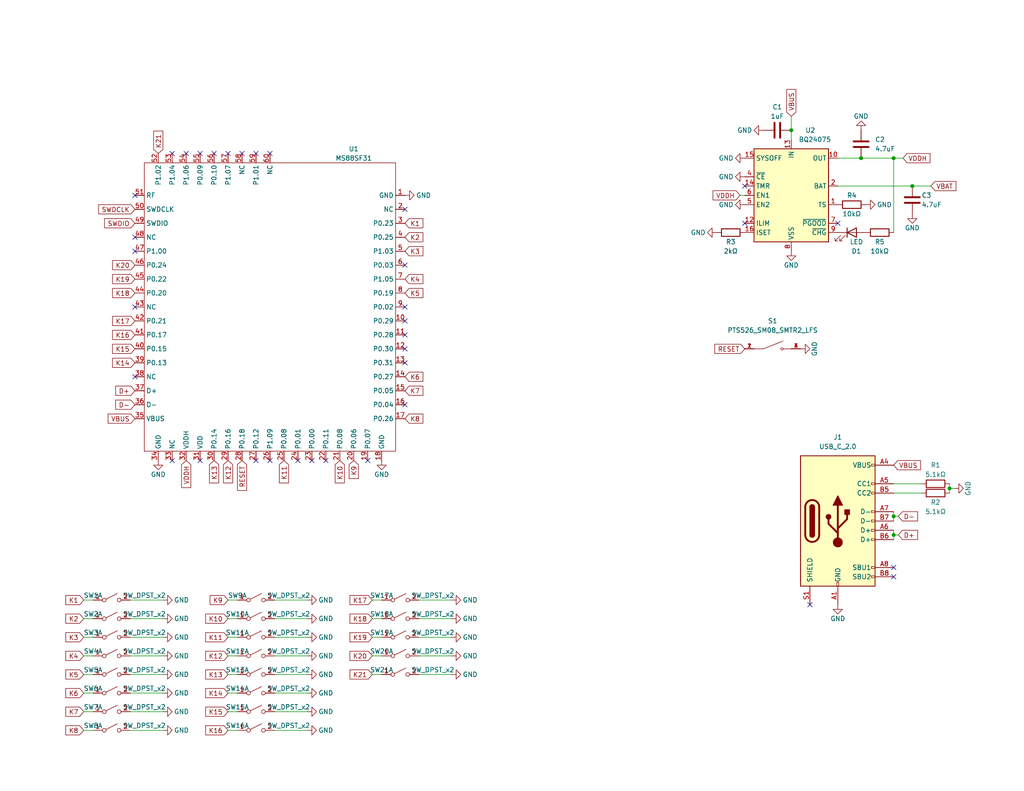
<source format=kicad_sch>
(kicad_sch (version 20211123) (generator eeschema)
  (paper "A")
  (lib_symbols
    (symbol "0_ARognes:MS88SF31"
      (property "Reference" "U1" (at 57.15 82.55 0))
      (property "Value" "MS88SF31" (at 57.15 80.01 0))
      (symbol "MS88SF31_0_1"
        (rectangle (start 0 78.74) (end 68.58 0))
      )
      (symbol "MS88SF31_1_1"
        (pin bidirectional line (at 71.12 69.85 180) (length 2.54) (name "GND") (number "1"))
        (pin bidirectional line (at 71.12 35.56 180) (length 2.54) (name "P0.29") (number "10"))
        (pin bidirectional line (at 71.12 31.75 180) (length 2.54) (name "P0.28") (number "11"))
        (pin bidirectional line (at 71.12 27.94 180) (length 2.54) (name "P0.30") (number "12"))
        (pin bidirectional line (at 71.12 24.13 180) (length 2.54) (name "P0.31") (number "13"))
        (pin bidirectional line (at 71.12 20.32 180) (length 2.54) (name "P0.27") (number "14"))
        (pin bidirectional line (at 71.12 16.51 180) (length 2.54) (name "P0.05") (number "15"))
        (pin bidirectional line (at 71.12 12.7 180) (length 2.54) (name "P0.04") (number "16"))
        (pin bidirectional line (at 71.12 8.89 180) (length 2.54) (name "P0.26") (number "17"))
        (pin bidirectional line (at 64.77 -2.54 90) (length 2.54) (name "GND") (number "18"))
        (pin bidirectional line (at 60.96 -2.54 90) (length 2.54) (name "P0.07") (number "19"))
        (pin bidirectional line (at 71.12 66.04 180) (length 2.54) (name "NC") (number "2"))
        (pin bidirectional line (at 57.15 -2.54 90) (length 2.54) (name "P0.06") (number "20"))
        (pin bidirectional line (at 53.34 -2.54 90) (length 2.54) (name "P0.08") (number "21"))
        (pin bidirectional line (at 49.53 -2.54 90) (length 2.54) (name "P0.11") (number "22"))
        (pin bidirectional line (at 45.72 -2.54 90) (length 2.54) (name "P0.00") (number "23"))
        (pin bidirectional line (at 41.91 -2.54 90) (length 2.54) (name "P0.01") (number "24"))
        (pin bidirectional line (at 38.1 -2.54 90) (length 2.54) (name "P0.08") (number "25"))
        (pin bidirectional line (at 34.29 -2.54 90) (length 2.54) (name "P1.09") (number "26"))
        (pin bidirectional line (at 30.48 -2.54 90) (length 2.54) (name "P0.12") (number "27"))
        (pin bidirectional line (at 26.67 -2.54 90) (length 2.54) (name "P0.18") (number "28"))
        (pin bidirectional line (at 22.86 -2.54 90) (length 2.54) (name "P0.16") (number "29"))
        (pin bidirectional line (at 71.12 62.23 180) (length 2.54) (name "P0.23") (number "3"))
        (pin bidirectional line (at 19.05 -2.54 90) (length 2.54) (name "P0.14") (number "30"))
        (pin bidirectional line (at 15.24 -2.54 90) (length 2.54) (name "VDD") (number "31"))
        (pin bidirectional line (at 11.43 -2.54 90) (length 2.54) (name "VDDH") (number "32"))
        (pin bidirectional line (at 7.62 -2.54 90) (length 2.54) (name "NC") (number "33"))
        (pin bidirectional line (at 3.81 -2.54 90) (length 2.54) (name "GND") (number "34"))
        (pin bidirectional line (at -2.54 8.89 0) (length 2.54) (name "VBUS") (number "35"))
        (pin bidirectional line (at -2.54 12.7 0) (length 2.54) (name "D-") (number "36"))
        (pin bidirectional line (at -2.54 16.51 0) (length 2.54) (name "D+") (number "37"))
        (pin bidirectional line (at -2.54 20.32 0) (length 2.54) (name "NC") (number "38"))
        (pin bidirectional line (at -2.54 24.13 0) (length 2.54) (name "P0.13") (number "39"))
        (pin bidirectional line (at 71.12 58.42 180) (length 2.54) (name "P0.25") (number "4"))
        (pin bidirectional line (at -2.54 27.94 0) (length 2.54) (name "P0.15") (number "40"))
        (pin bidirectional line (at -2.54 31.75 0) (length 2.54) (name "P0.17") (number "41"))
        (pin bidirectional line (at -2.54 35.56 0) (length 2.54) (name "P0.21") (number "42"))
        (pin bidirectional line (at -2.54 39.37 0) (length 2.54) (name "NC") (number "43"))
        (pin bidirectional line (at -2.54 43.18 0) (length 2.54) (name "P0.20") (number "44"))
        (pin bidirectional line (at -2.54 46.99 0) (length 2.54) (name "P0.22") (number "45"))
        (pin bidirectional line (at -2.54 50.8 0) (length 2.54) (name "P0.24") (number "46"))
        (pin bidirectional line (at -2.54 54.61 0) (length 2.54) (name "P1.00") (number "47"))
        (pin bidirectional line (at -2.54 58.42 0) (length 2.54) (name "NC") (number "48"))
        (pin bidirectional line (at -2.54 62.23 0) (length 2.54) (name "SWDIO") (number "49"))
        (pin bidirectional line (at 71.12 54.61 180) (length 2.54) (name "P1.03") (number "5"))
        (pin bidirectional line (at -2.54 66.04 0) (length 2.54) (name "SWDCLK") (number "50"))
        (pin bidirectional line (at -2.54 69.85 0) (length 2.54) (name "RF") (number "51"))
        (pin bidirectional line (at 3.81 81.28 270) (length 2.54) (name "P1.02") (number "52"))
        (pin bidirectional line (at 7.62 81.28 270) (length 2.54) (name "P1.04") (number "53"))
        (pin bidirectional line (at 11.43 81.28 270) (length 2.54) (name "P1.06") (number "54"))
        (pin bidirectional line (at 15.24 81.28 270) (length 2.54) (name "P0.09") (number "55"))
        (pin bidirectional line (at 19.05 81.28 270) (length 2.54) (name "P0.10") (number "56"))
        (pin bidirectional line (at 22.86 81.28 270) (length 2.54) (name "P1.07") (number "57"))
        (pin bidirectional line (at 26.67 81.28 270) (length 2.54) (name "NC") (number "58"))
        (pin bidirectional line (at 30.48 81.28 270) (length 2.54) (name "P1.01") (number "59"))
        (pin bidirectional line (at 71.12 50.8 180) (length 2.54) (name "P0.03") (number "6"))
        (pin bidirectional line (at 34.29 81.28 270) (length 2.54) (name "NC") (number "60"))
        (pin bidirectional line (at 71.12 46.99 180) (length 2.54) (name "P1.05") (number "7"))
        (pin bidirectional line (at 71.12 43.18 180) (length 2.54) (name "P0.19") (number "8"))
        (pin bidirectional line (at 71.12 39.37 180) (length 2.54) (name "P0.02") (number "9"))
      )
    )
    (symbol "Battery_Management:BQ24075RGT"
      (property "Reference" "U" (at -8.89 13.97 0))
      (property "Value" "BQ24075RGT" (at 16.51 13.97 0))
      (symbol "BQ24075RGT_0_1"
        (rectangle (start -10.16 12.7) (end 10.16 -12.7) (stroke (width 0.254)) (fill (type background)))
      )
      (symbol "BQ24075RGT_1_1"
        (pin passive line (at 12.7 -2.54 180) (length 2.54) (name "TS") (number "1"))
        (pin power_out line (at 12.7 10.16 180) (length 2.54) (name "OUT") (number "10"))
        (pin passive line (at 12.7 10.16 180) (length 2.54) hide (name "OUT") (number "11"))
        (pin passive line (at -12.7 -7.62 0) (length 2.54) (name "ILIM") (number "12"))
        (pin power_in line (at 0 15.24 270) (length 2.54) (name "IN") (number "13"))
        (pin input line (at -12.7 2.54 0) (length 2.54) (name "TMR") (number "14"))
        (pin input line (at -12.7 10.16 0) (length 2.54) (name "SYSOFF") (number "15"))
        (pin passive line (at -12.7 -10.16 0) (length 2.54) (name "ISET") (number "16"))
        (pin passive line (at 0 -15.24 90) (length 2.54) hide (name "VSS") (number "17"))
        (pin power_out line (at 12.7 2.54 180) (length 2.54) (name "BAT") (number "2"))
        (pin passive line (at 12.7 2.54 180) (length 2.54) hide (name "BAT") (number "3"))
        (pin input line (at -12.7 5.08 0) (length 2.54) (name "~{CE}") (number "4"))
        (pin input line (at -12.7 -2.54 0) (length 2.54) (name "EN2") (number "5"))
        (pin input line (at -12.7 0 0) (length 2.54) (name "EN1") (number "6"))
        (pin open_collector line (at 12.7 -7.62 180) (length 2.54) (name "~{PGOOD}") (number "7"))
        (pin power_in line (at 0 -15.24 90) (length 2.54) (name "VSS") (number "8"))
        (pin open_collector line (at 12.7 -10.16 180) (length 2.54) (name "~{CHG}") (number "9"))
      )
    )
    (symbol "Connector:USB_C_Receptacle_USB2.0" (pin_names (offset 1.016))
      (property "Reference" "J" (at -10.16 19.05 0))
      (property "Value" "USB_C_Receptacle_USB2.0" (at 19.05 19.05 0))
      (symbol "USB_C_Receptacle_USB2.0_0_0"
        (rectangle (start -0.254 -17.78) (end 0.254 -16.764))
        (rectangle (start 10.16 -14.986) (end 9.144 -15.494))
        (rectangle (start 10.16 -12.446) (end 9.144 -12.954))
        (rectangle (start 10.16 -4.826) (end 9.144 -5.334))
        (rectangle (start 10.16 -2.286) (end 9.144 -2.794))
        (rectangle (start 10.16 0.254) (end 9.144 -0.254))
        (rectangle (start 10.16 2.794) (end 9.144 2.286))
        (rectangle (start 10.16 7.874) (end 9.144 7.366))
        (rectangle (start 10.16 10.414) (end 9.144 9.906))
        (rectangle (start 10.16 15.494) (end 9.144 14.986))
      )
      (symbol "USB_C_Receptacle_USB2.0_0_1"
        (rectangle (start -10.16 17.78) (end 10.16 -17.78) (stroke (width 0.254)) (fill (type background)))
        (arc (start -8.89 -3.81) (mid -6.985 -5.715) (end -5.08 -3.81) (stroke (width 0.508)))
        (arc (start -7.62 -3.81) (mid -6.985 -4.445) (end -6.35 -3.81) (stroke (width 0.254)))
        (arc (start -7.62 -3.81) (mid -6.985 -4.445) (end -6.35 -3.81) (stroke (width 0.254)) (fill (type outline)))
        (rectangle (start -7.62 -3.81) (end -6.35 3.81) (stroke (width 0.254)) (fill (type outline)))
        (arc (start -6.35 3.81) (mid -6.985 4.445) (end -7.62 3.81) (stroke (width 0.254)))
        (arc (start -6.35 3.81) (mid -6.985 4.445) (end -7.62 3.81) (stroke (width 0.254)) (fill (type outline)))
        (arc (start -5.08 3.81) (mid -6.985 5.715) (end -8.89 3.81) (stroke (width 0.508)))
        (circle (center -2.54 1.143) (radius 0.635) (stroke (width 0.254)) (fill (type outline)))
        (circle (center 0 -5.842) (radius 1.27) (fill (type outline)))
        (polyline (pts (xy -8.89 -3.81) (xy -8.89 3.81)) (stroke (width 0.508)))
        (polyline (pts (xy -5.08 3.81) (xy -5.08 -3.81)) (stroke (width 0.508)))
        (polyline (pts (xy 0 -5.842) (xy 0 4.318)) (stroke (width 0.508)))
        (polyline (pts (xy 0 -3.302) (xy -2.54 -0.762) (xy -2.54 0.508)) (stroke (width 0.508)))
        (polyline (pts (xy 0 -2.032) (xy 2.54 0.508) (xy 2.54 1.778)) (stroke (width 0.508)))
        (polyline (pts (xy -1.27 4.318) (xy 0 6.858) (xy 1.27 4.318) (xy -1.27 4.318)) (stroke (width 0.254)) (fill (type outline)))
        (rectangle (start 1.905 1.778) (end 3.175 3.048) (stroke (width 0.254)) (fill (type outline)))
      )
      (symbol "USB_C_Receptacle_USB2.0_1_1"
        (pin passive line (at 0 -22.86 90) (length 5.08) (name "GND") (number "A1"))
        (pin passive line (at 0 -22.86 90) (length 5.08) hide (name "GND") (number "A12"))
        (pin passive line (at 15.24 15.24 180) (length 5.08) (name "VBUS") (number "A4"))
        (pin bidirectional line (at 15.24 10.16 180) (length 5.08) (name "CC1") (number "A5"))
        (pin bidirectional line (at 15.24 -2.54 180) (length 5.08) (name "D+") (number "A6"))
        (pin bidirectional line (at 15.24 2.54 180) (length 5.08) (name "D-") (number "A7"))
        (pin bidirectional line (at 15.24 -12.7 180) (length 5.08) (name "SBU1") (number "A8"))
        (pin passive line (at 15.24 15.24 180) (length 5.08) hide (name "VBUS") (number "A9"))
        (pin passive line (at 0 -22.86 90) (length 5.08) hide (name "GND") (number "B1"))
        (pin passive line (at 0 -22.86 90) (length 5.08) hide (name "GND") (number "B12"))
        (pin passive line (at 15.24 15.24 180) (length 5.08) hide (name "VBUS") (number "B4"))
        (pin bidirectional line (at 15.24 7.62 180) (length 5.08) (name "CC2") (number "B5"))
        (pin bidirectional line (at 15.24 -5.08 180) (length 5.08) (name "D+") (number "B6"))
        (pin bidirectional line (at 15.24 0 180) (length 5.08) (name "D-") (number "B7"))
        (pin bidirectional line (at 15.24 -15.24 180) (length 5.08) (name "SBU2") (number "B8"))
        (pin passive line (at 15.24 15.24 180) (length 5.08) hide (name "VBUS") (number "B9"))
        (pin passive line (at -7.62 -22.86 90) (length 5.08) (name "SHIELD") (number "S1"))
      )
    )
    (symbol "Device:C" (pin_numbers hide) (pin_names (offset 0.254))
      (property "Reference" "C" (at 0.635 2.54 0))
      (property "Value" "C" (at 0.635 -2.54 0))
      (symbol "C_0_1"
        (polyline (pts (xy -2.032 -0.762) (xy 2.032 -0.762)) (stroke (width 0.508)))
        (polyline (pts (xy -2.032 0.762) (xy 2.032 0.762)) (stroke (width 0.508)))
      )
      (symbol "C_1_1"
        (pin passive line (at 0 3.81 270) (length 2.794) (name "~") (number "1"))
        (pin passive line (at 0 -3.81 90) (length 2.794) (name "~") (number "2"))
      )
    )
    (symbol "Device:LED" (pin_numbers hide) (pin_names (offset 1.016) hide)
      (property "Reference" "D" (at 0 2.54 0))
      (property "Value" "LED" (at 0 -2.54 0))
      (symbol "LED_0_1"
        (polyline (pts (xy -1.27 -1.27) (xy -1.27 1.27)) (stroke (width 0.254)))
        (polyline (pts (xy -1.27 0) (xy 1.27 0)))
        (polyline (pts (xy 1.27 -1.27) (xy 1.27 1.27) (xy -1.27 0) (xy 1.27 -1.27)) (stroke (width 0.254)))
        (polyline (pts (xy -3.048 -0.762) (xy -4.572 -2.286) (xy -3.81 -2.286) (xy -4.572 -2.286) (xy -4.572 -1.524)))
        (polyline (pts (xy -1.778 -0.762) (xy -3.302 -2.286) (xy -2.54 -2.286) (xy -3.302 -2.286) (xy -3.302 -1.524)))
      )
      (symbol "LED_1_1"
        (pin passive line (at -3.81 0 0) (length 2.54) (name "K") (number "1"))
        (pin passive line (at 3.81 0 180) (length 2.54) (name "A") (number "2"))
      )
    )
    (symbol "Device:R" (pin_numbers hide) (pin_names (offset 0))
      (property "Reference" "R" (at 2.032 0 90))
      (property "Value" "R" (at 0 0 90))
      (symbol "R_0_1"
        (rectangle (start -1.016 -2.54) (end 1.016 2.54) (stroke (width 0.254)))
      )
      (symbol "R_1_1"
        (pin passive line (at 0 3.81 270) (length 1.27) (name "~") (number "1"))
        (pin passive line (at 0 -3.81 90) (length 1.27) (name "~") (number "2"))
      )
    )
    (symbol "PTS526_SM08_SMTR2_LFS:PTS526_SM08_SMTR2_LFS" (pin_names (offset 1.016) hide)
      (property "Reference" "S" (at -2.54 2.54 0))
      (property "Value" "PTS526_SM08_SMTR2_LFS" (at -2.54 -2.54 0))
      (symbol "PTS526_SM08_SMTR2_LFS_0_0"
        (polyline (pts (xy -2.54 0) (xy -5.08 0)) (stroke (width 0.1524)))
        (polyline (pts (xy -2.54 0) (xy 2.794 2.1336)) (stroke (width 0.1524)))
        (polyline (pts (xy 5.08 0) (xy 2.921 0)) (stroke (width 0.1524)))
        (circle (center 2.54 0) (radius 0.3302) (stroke (width 0.1524)))
        (pin passive line (at -7.62 0 0) (length 2.54) (name "~") (number "1"))
        (pin passive line (at -7.62 0 0) (length 2.54) (name "~") (number "2"))
        (pin passive line (at 7.62 0 180) (length 2.54) (name "~") (number "3"))
        (pin passive line (at 7.62 0 180) (length 2.54) (name "~") (number "4"))
      )
    )
    (symbol "Switch:SW_DPST_x2" (pin_names (offset 0) hide)
      (property "Reference" "SW" (at 0 3.175 0))
      (property "Value" "SW_DPST_x2" (at 0 -2.54 0))
      (symbol "SW_DPST_x2_0_0"
        (circle (center -2.032 0) (radius 0.508))
        (polyline (pts (xy -1.524 0.254) (xy 1.524 1.778)))
        (circle (center 2.032 0) (radius 0.508))
      )
      (symbol "SW_DPST_x2_1_1"
        (pin passive line (at -5.08 0 0) (length 2.54) (name "A") (number "1"))
        (pin passive line (at 5.08 0 180) (length 2.54) (name "B") (number "2"))
      )
      (symbol "SW_DPST_x2_2_1"
        (pin passive line (at -5.08 0 0) (length 2.54) (name "A") (number "3"))
        (pin passive line (at 5.08 0 180) (length 2.54) (name "B") (number "4"))
      )
    )
    (symbol "power:GND" (power) (pin_names (offset 0))
      (property "Value" "GND" (at 0 -3.81 0))
      (symbol "GND_0_1"
        (polyline (pts (xy 0 0) (xy 0 -1.27) (xy 1.27 -1.27) (xy 0 -2.54) (xy -1.27 -1.27) (xy 0 -1.27)))
      )
      (symbol "GND_1_1"
        (pin power_in line (at 0 0 270) (length 0) hide (name "GND") (number "1"))
      )
    )
  )
  (junction (at 243.84 140.97))
  (junction (at 248.92 50.8))
  (junction (at 215.9 35.56))
  (junction (at 243.84 43.18))
  (junction (at 234.95 43.18))
  (junction (at 259.08 133.35))
  (junction (at 243.84 146.05))
  (no_connect (at 203.2 60.96))
  (no_connect (at 203.2 50.8))
  (no_connect (at 228.6 60.96))
  (no_connect (at 100.33 125.73))
  (no_connect (at 88.9 125.73))
  (no_connect (at 85.09 125.73))
  (no_connect (at 69.85 125.73))
  (no_connect (at 81.28 125.73))
  (no_connect (at 73.66 125.73))
  (no_connect (at 243.84 157.48))
  (no_connect (at 220.98 165.1))
  (no_connect (at 243.84 154.94))
  (no_connect (at 36.83 83.82))
  (no_connect (at 110.49 99.06))
  (no_connect (at 110.49 95.25))
  (no_connect (at 110.49 91.44))
  (no_connect (at 110.49 87.63))
  (no_connect (at 110.49 83.82))
  (no_connect (at 110.49 110.49))
  (no_connect (at 110.49 57.15))
  (no_connect (at 110.49 72.39))
  (no_connect (at 54.61 41.91))
  (no_connect (at 50.8 41.91))
  (no_connect (at 46.99 41.91))
  (no_connect (at 36.83 53.34))
  (no_connect (at 36.83 64.77))
  (no_connect (at 58.42 41.91))
  (no_connect (at 62.23 41.91))
  (no_connect (at 66.04 41.91))
  (no_connect (at 69.85 41.91))
  (no_connect (at 73.66 41.91))
  (no_connect (at 36.83 68.58))
  (no_connect (at 36.83 102.87))
  (no_connect (at 54.61 125.73))
  (no_connect (at 46.99 125.73))
  (wire (pts (xy 215.9 31.75) (xy 215.9 35.56)))
  (wire (pts (xy 44.45 163.83) (xy 35.56 163.83)))
  (wire (pts (xy 123.19 184.15) (xy 114.3 184.15)))
  (wire (pts (xy 22.86 184.15) (xy 25.4 184.15)))
  (wire (pts (xy 101.6 179.07) (xy 104.14 179.07)))
  (wire (pts (xy 22.86 194.31) (xy 25.4 194.31)))
  (wire (pts (xy 228.6 50.8) (xy 248.92 50.8)))
  (wire (pts (xy 123.19 168.91) (xy 114.3 168.91)))
  (wire (pts (xy 83.82 199.39) (xy 74.93 199.39)))
  (wire (pts (xy 62.23 173.99) (xy 64.77 173.99)))
  (wire (pts (xy 123.19 163.83) (xy 114.3 163.83)))
  (wire (pts (xy 83.82 194.31) (xy 74.93 194.31)))
  (wire (pts (xy 22.86 168.91) (xy 25.4 168.91)))
  (wire (pts (xy 243.84 146.05) (xy 245.11 146.05)))
  (wire (pts (xy 44.45 194.31) (xy 35.56 194.31)))
  (wire (pts (xy 62.23 179.07) (xy 64.77 179.07)))
  (wire (pts (xy 251.46 132.08) (xy 243.84 132.08)))
  (wire (pts (xy 243.84 144.78) (xy 243.84 146.05)))
  (wire (pts (xy 22.86 173.99) (xy 25.4 173.99)))
  (wire (pts (xy 243.84 43.18) (xy 243.84 63.5)))
  (wire (pts (xy 234.95 43.18) (xy 243.84 43.18)))
  (wire (pts (xy 243.84 140.97) (xy 245.11 140.97)))
  (wire (pts (xy 259.08 133.35) (xy 260.35 133.35)))
  (wire (pts (xy 259.08 132.08) (xy 259.08 133.35)))
  (wire (pts (xy 101.6 163.83) (xy 104.14 163.83)))
  (wire (pts (xy 123.19 173.99) (xy 114.3 173.99)))
  (wire (pts (xy 101.6 173.99) (xy 104.14 173.99)))
  (wire (pts (xy 62.23 189.23) (xy 64.77 189.23)))
  (wire (pts (xy 123.19 179.07) (xy 114.3 179.07)))
  (wire (pts (xy 22.86 179.07) (xy 25.4 179.07)))
  (wire (pts (xy 243.84 140.97) (xy 243.84 142.24)))
  (wire (pts (xy 62.23 199.39) (xy 64.77 199.39)))
  (wire (pts (xy 251.46 134.62) (xy 243.84 134.62)))
  (wire (pts (xy 83.82 184.15) (xy 74.93 184.15)))
  (wire (pts (xy 44.45 184.15) (xy 35.56 184.15)))
  (wire (pts (xy 101.6 184.15) (xy 104.14 184.15)))
  (wire (pts (xy 201.93 53.34) (xy 203.2 53.34)))
  (wire (pts (xy 22.86 163.83) (xy 25.4 163.83)))
  (wire (pts (xy 44.45 173.99) (xy 35.56 173.99)))
  (wire (pts (xy 44.45 168.91) (xy 35.56 168.91)))
  (wire (pts (xy 83.82 179.07) (xy 74.93 179.07)))
  (wire (pts (xy 83.82 163.83) (xy 74.93 163.83)))
  (wire (pts (xy 62.23 184.15) (xy 64.77 184.15)))
  (wire (pts (xy 243.84 146.05) (xy 243.84 147.32)))
  (wire (pts (xy 228.6 43.18) (xy 234.95 43.18)))
  (wire (pts (xy 22.86 189.23) (xy 25.4 189.23)))
  (wire (pts (xy 259.08 133.35) (xy 259.08 134.62)))
  (wire (pts (xy 62.23 194.31) (xy 64.77 194.31)))
  (wire (pts (xy 83.82 173.99) (xy 74.93 173.99)))
  (wire (pts (xy 243.84 139.7) (xy 243.84 140.97)))
  (wire (pts (xy 83.82 168.91) (xy 74.93 168.91)))
  (wire (pts (xy 101.6 168.91) (xy 104.14 168.91)))
  (wire (pts (xy 243.84 43.18) (xy 246.38 43.18)))
  (wire (pts (xy 22.86 199.39) (xy 25.4 199.39)))
  (wire (pts (xy 62.23 163.83) (xy 64.77 163.83)))
  (wire (pts (xy 83.82 189.23) (xy 74.93 189.23)))
  (wire (pts (xy 44.45 199.39) (xy 35.56 199.39)))
  (wire (pts (xy 215.9 35.56) (xy 215.9 38.1)))
  (wire (pts (xy 44.45 189.23) (xy 35.56 189.23)))
  (wire (pts (xy 62.23 168.91) (xy 64.77 168.91)))
  (wire (pts (xy 248.92 50.8) (xy 254 50.8)))
  (wire (pts (xy 44.45 179.07) (xy 35.56 179.07)))
  (global_label "K17" (shape input) (at 36.83 87.63 180) (property "Intersheet References" "${INTERSHEET_REFS}" (effects hide)))
  (global_label "K2" (shape input) (at 22.86 168.91 180) (property "Intersheet References" "${INTERSHEET_REFS}" (effects hide)))
  (global_label "K15" (shape input) (at 62.23 194.31 180) (property "Intersheet References" "${INTERSHEET_REFS}" (effects hide)))
  (global_label "SWDIO" (shape input) (at 36.83 60.96 180) (property "Intersheet References" "${INTERSHEET_REFS}" (effects hide)))
  (global_label "K14" (shape input) (at 62.23 189.23 180) (property "Intersheet References" "${INTERSHEET_REFS}" (effects hide)))
  (global_label "K16" (shape input) (at 62.23 199.39 180) (property "Intersheet References" "${INTERSHEET_REFS}" (effects hide)))
  (global_label "K5" (shape input) (at 110.49 80.01 0) (property "Intersheet References" "${INTERSHEET_REFS}" (effects hide)))
  (global_label "K20" (shape input) (at 36.83 72.39 180) (property "Intersheet References" "${INTERSHEET_REFS}" (effects hide)))
  (global_label "RESET" (shape input) (at 203.2 95.25 180) (property "Intersheet References" "${INTERSHEET_REFS}" (effects hide)))
  (global_label "D+" (shape input) (at 36.83 106.68 180) (property "Intersheet References" "${INTERSHEET_REFS}" (effects hide)))
  (global_label "VBAT" (shape input) (at 254 50.8 0) (property "Intersheet References" "${INTERSHEET_REFS}" (effects hide)))
  (global_label "K12" (shape input) (at 62.23 125.73 270) (property "Intersheet References" "${INTERSHEET_REFS}" (effects hide)))
  (global_label "K12" (shape input) (at 62.23 179.07 180) (property "Intersheet References" "${INTERSHEET_REFS}" (effects hide)))
  (global_label "K20" (shape input) (at 101.6 179.07 180) (property "Intersheet References" "${INTERSHEET_REFS}" (effects hide)))
  (global_label "K16" (shape input) (at 36.83 91.44 180) (property "Intersheet References" "${INTERSHEET_REFS}" (effects hide)))
  (global_label "RESET" (shape input) (at 66.04 125.73 270) (property "Intersheet References" "${INTERSHEET_REFS}" (effects hide)))
  (global_label "K14" (shape input) (at 36.83 99.06 180) (property "Intersheet References" "${INTERSHEET_REFS}" (effects hide)))
  (global_label "D-" (shape input) (at 36.83 110.49 180) (property "Intersheet References" "${INTERSHEET_REFS}" (effects hide)))
  (global_label "K15" (shape input) (at 36.83 95.25 180) (property "Intersheet References" "${INTERSHEET_REFS}" (effects hide)))
  (global_label "D+" (shape input) (at 245.11 146.05 0) (property "Intersheet References" "${INTERSHEET_REFS}" (effects hide)))
  (global_label "D-" (shape input) (at 245.11 140.97 0) (property "Intersheet References" "${INTERSHEET_REFS}" (effects hide)))
  (global_label "K1" (shape input) (at 22.86 163.83 180) (property "Intersheet References" "${INTERSHEET_REFS}" (effects hide)))
  (global_label "K6" (shape input) (at 110.49 102.87 0) (property "Intersheet References" "${INTERSHEET_REFS}" (effects hide)))
  (global_label "K11" (shape input) (at 77.47 125.73 270) (property "Intersheet References" "${INTERSHEET_REFS}" (effects hide)))
  (global_label "K7" (shape input) (at 110.49 106.68 0) (property "Intersheet References" "${INTERSHEET_REFS}" (effects hide)))
  (global_label "SWDCLK" (shape input) (at 36.83 57.15 180) (property "Intersheet References" "${INTERSHEET_REFS}" (effects hide)))
  (global_label "K4" (shape input) (at 22.86 179.07 180) (property "Intersheet References" "${INTERSHEET_REFS}" (effects hide)))
  (global_label "K6" (shape input) (at 22.86 189.23 180) (property "Intersheet References" "${INTERSHEET_REFS}" (effects hide)))
  (global_label "K2" (shape input) (at 110.49 64.77 0) (property "Intersheet References" "${INTERSHEET_REFS}" (effects hide)))
  (global_label "K11" (shape input) (at 62.23 173.99 180) (property "Intersheet References" "${INTERSHEET_REFS}" (effects hide)))
  (global_label "K18" (shape input) (at 101.6 168.91 180) (property "Intersheet References" "${INTERSHEET_REFS}" (effects hide)))
  (global_label "K19" (shape input) (at 101.6 173.99 180) (property "Intersheet References" "${INTERSHEET_REFS}" (effects hide)))
  (global_label "K18" (shape input) (at 36.83 80.01 180) (property "Intersheet References" "${INTERSHEET_REFS}" (effects hide)))
  (global_label "K13" (shape input) (at 58.42 125.73 270) (property "Intersheet References" "${INTERSHEET_REFS}" (effects hide)))
  (global_label "K3" (shape input) (at 22.86 173.99 180) (property "Intersheet References" "${INTERSHEET_REFS}" (effects hide)))
  (global_label "VBUS" (shape input) (at 36.83 114.3 180) (property "Intersheet References" "${INTERSHEET_REFS}" (effects hide)))
  (global_label "K13" (shape input) (at 62.23 184.15 180) (property "Intersheet References" "${INTERSHEET_REFS}" (effects hide)))
  (global_label "K9" (shape input) (at 62.23 163.83 180) (property "Intersheet References" "${INTERSHEET_REFS}" (effects hide)))
  (global_label "K21" (shape input) (at 43.18 41.91 90) (property "Intersheet References" "${INTERSHEET_REFS}" (effects hide)))
  (global_label "VBUS" (shape input) (at 243.84 127 0) (property "Intersheet References" "${INTERSHEET_REFS}" (effects hide)))
  (global_label "K10" (shape input) (at 92.71 125.73 270) (property "Intersheet References" "${INTERSHEET_REFS}" (effects hide)))
  (global_label "K3" (shape input) (at 110.49 68.58 0) (property "Intersheet References" "${INTERSHEET_REFS}" (effects hide)))
  (global_label "K8" (shape input) (at 110.49 114.3 0) (property "Intersheet References" "${INTERSHEET_REFS}" (effects hide)))
  (global_label "VDDH" (shape input) (at 201.93 53.34 180) (property "Intersheet References" "${INTERSHEET_REFS}" (effects hide)))
  (global_label "K7" (shape input) (at 22.86 194.31 180) (property "Intersheet References" "${INTERSHEET_REFS}" (effects hide)))
  (global_label "K4" (shape input) (at 110.49 76.2 0) (property "Intersheet References" "${INTERSHEET_REFS}" (effects hide)))
  (global_label "K19" (shape input) (at 36.83 76.2 180) (property "Intersheet References" "${INTERSHEET_REFS}" (effects hide)))
  (global_label "K8" (shape input) (at 22.86 199.39 180) (property "Intersheet References" "${INTERSHEET_REFS}" (effects hide)))
  (global_label "K21" (shape input) (at 101.6 184.15 180) (property "Intersheet References" "${INTERSHEET_REFS}" (effects hide)))
  (global_label "VBUS" (shape input) (at 215.9 31.75 90) (property "Intersheet References" "${INTERSHEET_REFS}" (effects hide)))
  (global_label "K10" (shape input) (at 62.23 168.91 180) (property "Intersheet References" "${INTERSHEET_REFS}" (effects hide)))
  (global_label "K9" (shape input) (at 96.52 125.73 270) (property "Intersheet References" "${INTERSHEET_REFS}" (effects hide)))
  (global_label "K17" (shape input) (at 101.6 163.83 180) (property "Intersheet References" "${INTERSHEET_REFS}" (effects hide)))
  (global_label "K5" (shape input) (at 22.86 184.15 180) (property "Intersheet References" "${INTERSHEET_REFS}" (effects hide)))
  (global_label "VDDH" (shape input) (at 246.38 43.18 0) (property "Intersheet References" "${INTERSHEET_REFS}" (effects hide)))
  (global_label "K1" (shape input) (at 110.49 60.96 0) (property "Intersheet References" "${INTERSHEET_REFS}" (effects hide)))
  (global_label "VDDH" (shape input) (at 50.8 125.73 270) (property "Intersheet References" "${INTERSHEET_REFS}" (effects hide)))
  (symbol (lib_id "power:GND") (at 203.2 48.26 270) (unit 1)
    (property "Reference" "#PWR0103" (effects hide))
    (property "Value" "GND" (at 198.12 48.26 90))
  )
  (symbol (lib_id "Switch:SW_DPST_x2") (at 30.48 194.31 0) (unit 1)
    (property "Reference" "SW7" (at 25.4 193.04 0))
    (property "Value" "SW_DPST_x2" (at 39.37 193.04 0))
  )
  (symbol (lib_id "Device:C") (at 234.95 39.37 180) (unit 1)
    (property "Reference" "C2" (at 238.76 38.0999 0) (effects (justify right)))
    (property "Value" "4.7uF" (at 238.76 40.6399 0) (effects (justify right)))
  )
  (symbol (lib_id "Switch:SW_DPST_x2") (at 30.48 184.15 0) (unit 1)
    (property "Reference" "SW5" (at 25.4 182.88 0))
    (property "Value" "SW_DPST_x2" (at 39.37 182.88 0))
  )
  (symbol (lib_id "Switch:SW_DPST_x2") (at 30.48 179.07 0) (unit 1)
    (property "Reference" "SW4" (at 25.4 177.8 0))
    (property "Value" "SW_DPST_x2" (at 39.37 177.8 0))
  )
  (symbol (lib_id "Switch:SW_DPST_x2") (at 69.85 163.83 0) (unit 1)
    (property "Reference" "SW9" (at 64.77 162.56 0))
    (property "Value" "SW_DPST_x2" (at 78.74 162.56 0))
  )
  (symbol (lib_id "Switch:SW_DPST_x2") (at 69.85 184.15 0) (unit 1)
    (property "Reference" "SW13" (at 64.77 182.88 0))
    (property "Value" "SW_DPST_x2" (at 78.74 182.88 0))
  )
  (symbol (lib_id "power:GND") (at 83.82 163.83 90) (unit 1)
    (property "Reference" "#PWR0115" (effects hide))
    (property "Value" "GND" (at 88.9 163.83 90))
  )
  (symbol (lib_id "Switch:SW_DPST_x2") (at 109.22 179.07 0) (unit 1)
    (property "Reference" "SW20" (at 104.14 177.8 0))
    (property "Value" "SW_DPST_x2" (at 118.11 177.8 0))
  )
  (symbol (lib_id "power:GND") (at 43.18 125.73 0) (unit 1)
    (property "Reference" "#PWR0123" (effects hide))
    (property "Value" "GND" (at 43.18 129.54 0))
  )
  (symbol (lib_id "Device:R") (at 199.39 63.5 90) (unit 1)
    (property "Reference" "R3" (at 199.39 66.04 90))
    (property "Value" "2kΩ" (at 199.39 68.58 90))
  )
  (symbol (lib_id "power:GND") (at 208.28 35.56 270) (unit 1)
    (property "Reference" "#PWR0104" (effects hide))
    (property "Value" "GND" (at 203.2 35.56 90))
  )
  (symbol (lib_id "Switch:SW_DPST_x2") (at 30.48 163.83 0) (unit 1)
    (property "Reference" "SW1" (at 25.4 162.56 0))
    (property "Value" "SW_DPST_x2" (at 39.37 162.56 0))
  )
  (symbol (lib_id "Switch:SW_DPST_x2") (at 30.48 173.99 0) (unit 1)
    (property "Reference" "SW3" (at 25.4 172.72 0))
    (property "Value" "SW_DPST_x2" (at 39.37 172.72 0))
  )
  (symbol (lib_id "Switch:SW_DPST_x2") (at 30.48 199.39 0) (unit 1)
    (property "Reference" "SW8" (at 25.4 198.12 0))
    (property "Value" "SW_DPST_x2" (at 39.37 198.12 0))
  )
  (symbol (lib_id "Battery_Management:BQ24075RGT") (at 215.9 53.34 0) (unit 1)
    (property "Reference" "U2" (at 219.71 35.56 0) (effects (justify left)))
    (property "Value" "BQ24075" (at 217.9194 38.1 0) (effects (justify left)))
    (property "Footprint" "Package_DFN_QFN:VQFN-16-1EP_3x3mm_P0.5mm_EP1.6x1.6mm" (effects hide))
    (property "Datasheet" "http://www.ti.com/lit/ds/symlink/bq24075.pdf" (effects hide))
  )
  (symbol (lib_id "Device:C") (at 212.09 35.56 90) (unit 1)
    (property "Reference" "C1" (at 212.09 29.21 90))
    (property "Value" "1uF" (at 212.09 31.75 90))
  )
  (symbol (lib_id "power:GND") (at 215.9 68.58 0) (unit 1)
    (property "Reference" "#PWR0108" (effects hide))
    (property "Value" "GND" (at 215.9 72.39 0))
  )
  (symbol (lib_id "Switch:SW_DPST_x2") (at 69.85 194.31 0) (unit 1)
    (property "Reference" "SW15" (at 64.77 193.04 0))
    (property "Value" "SW_DPST_x2" (at 78.74 193.04 0))
  )
  (symbol (lib_id "power:GND") (at 123.19 184.15 90) (unit 1)
    (property "Reference" "#PWR0118" (effects hide))
    (property "Value" "GND" (at 128.27 184.15 90))
  )
  (symbol (lib_id "Device:R") (at 255.27 134.62 90) (unit 1)
    (property "Reference" "R2" (at 255.27 137.16 90))
    (property "Value" "5.1kΩ" (at 255.27 139.7 90))
  )
  (symbol (lib_id "power:GND") (at 83.82 184.15 90) (unit 1)
    (property "Reference" "#PWR0133" (effects hide))
    (property "Value" "GND" (at 88.9 184.15 90))
  )
  (symbol (lib_id "power:GND") (at 203.2 55.88 270) (unit 1)
    (property "Reference" "#PWR0101" (effects hide))
    (property "Value" "GND" (at 198.12 55.88 90))
  )
  (symbol (lib_id "power:GND") (at 123.19 168.91 90) (unit 1)
    (property "Reference" "#PWR0121" (effects hide))
    (property "Value" "GND" (at 128.27 168.91 90))
  )
  (symbol (lib_id "power:GND") (at 44.45 179.07 90) (unit 1)
    (property "Reference" "#PWR0130" (effects hide))
    (property "Value" "GND" (at 49.53 179.07 90))
  )
  (symbol (lib_id "power:GND") (at 44.45 189.23 90) (unit 1)
    (property "Reference" "#PWR0126" (effects hide))
    (property "Value" "GND" (at 49.53 189.23 90))
  )
  (symbol (lib_id "Switch:SW_DPST_x2") (at 69.85 173.99 0) (unit 1)
    (property "Reference" "SW11" (at 64.77 172.72 0))
    (property "Value" "SW_DPST_x2" (at 78.74 172.72 0))
  )
  (symbol (lib_id "power:GND") (at 83.82 179.07 90) (unit 1)
    (property "Reference" "#PWR0117" (effects hide))
    (property "Value" "GND" (at 88.9 179.07 90))
  )
  (symbol (lib_id "power:GND") (at 44.45 194.31 90) (unit 1)
    (property "Reference" "#PWR0127" (effects hide))
    (property "Value" "GND" (at 49.53 194.31 90))
  )
  (symbol (lib_id "Connector:USB_C_Receptacle_USB2.0") (at 228.6 142.24 0) (unit 1)
    (property "Reference" "J1" (at 228.6 119.38 0))
    (property "Value" "USB_C_2.0" (at 228.6 121.92 0))
    (property "Datasheet" "https://www.usb.org/sites/default/files/documents/usb_type-c.zip" (effects hide))
  )
  (symbol (lib_id "Switch:SW_DPST_x2") (at 109.22 168.91 0) (unit 1)
    (property "Reference" "SW18" (at 104.14 167.64 0))
    (property "Value" "SW_DPST_x2" (at 118.11 167.64 0))
  )
  (symbol (lib_id "power:GND") (at 44.45 163.83 90) (unit 1)
    (property "Reference" "#PWR0131" (effects hide))
    (property "Value" "GND" (at 49.53 163.83 90))
  )
  (symbol (lib_id "power:GND") (at 228.6 165.1 0) (unit 1)
    (property "Reference" "#PWR0111" (effects hide))
    (property "Value" "GND" (at 228.6 168.91 0))
  )
  (symbol (lib_id "power:GND") (at 236.22 55.88 90) (unit 1)
    (property "Reference" "#PWR0106" (effects hide))
    (property "Value" "GND" (at 241.3 55.88 90))
  )
  (symbol (lib_id "power:GND") (at 123.19 179.07 90) (unit 1)
    (property "Reference" "#PWR0119" (effects hide))
    (property "Value" "GND" (at 128.27 179.07 90))
  )
  (symbol (lib_id "power:GND") (at 44.45 184.15 90) (unit 1)
    (property "Reference" "#PWR0128" (effects hide))
    (property "Value" "GND" (at 49.53 184.15 90))
  )
  (symbol (lib_id "Device:LED") (at 232.41 63.5 0) (unit 1)
    (property "Reference" "D1" (at 233.68 68.58 0))
    (property "Value" "LED" (at 233.68 66.04 0))
  )
  (symbol (lib_id "power:GND") (at 260.35 133.35 90) (unit 1)
    (property "Reference" "#PWR0110" (effects hide))
    (property "Value" "GND" (at 264.16 133.35 0))
  )
  (symbol (lib_id "power:GND") (at 104.14 125.73 0) (unit 1)
    (property "Reference" "#PWR0112" (effects hide))
    (property "Value" "GND" (at 104.14 129.54 0))
  )
  (symbol (lib_id "Switch:SW_DPST_x2") (at 109.22 173.99 0) (unit 1)
    (property "Reference" "SW19" (at 104.14 172.72 0))
    (property "Value" "SW_DPST_x2" (at 118.11 172.72 0))
  )
  (symbol (lib_id "Switch:SW_DPST_x2") (at 30.48 168.91 0) (unit 1)
    (property "Reference" "SW2" (at 25.4 167.64 0))
    (property "Value" "SW_DPST_x2" (at 39.37 167.64 0))
  )
  (symbol (lib_id "Device:R") (at 240.03 63.5 90) (unit 1)
    (property "Reference" "R5" (at 240.03 66.04 90))
    (property "Value" "10kΩ" (at 240.03 68.58 90))
  )
  (symbol (lib_id "power:GND") (at 44.45 168.91 90) (unit 1)
    (property "Reference" "#PWR0124" (effects hide))
    (property "Value" "GND" (at 49.53 168.91 90))
  )
  (symbol (lib_id "Switch:SW_DPST_x2") (at 69.85 179.07 0) (unit 1)
    (property "Reference" "SW12" (at 64.77 177.8 0))
    (property "Value" "SW_DPST_x2" (at 78.74 177.8 0))
  )
  (symbol (lib_id "power:GND") (at 195.58 63.5 270) (unit 1)
    (property "Reference" "#PWR0107" (effects hide))
    (property "Value" "GND" (at 190.5 63.5 90))
  )
  (symbol (lib_id "power:GND") (at 83.82 199.39 90) (unit 1)
    (property "Reference" "#PWR0134" (effects hide))
    (property "Value" "GND" (at 88.9 199.39 90))
  )
  (symbol (lib_id "Device:R") (at 255.27 132.08 90) (unit 1)
    (property "Reference" "R1" (at 255.27 127 90))
    (property "Value" "5.1kΩ" (at 255.27 129.54 90))
  )
  (symbol (lib_id "power:GND") (at 83.82 173.99 90) (unit 1)
    (property "Reference" "#PWR0116" (effects hide))
    (property "Value" "GND" (at 88.9 173.99 90))
  )
  (symbol (lib_id "power:GND") (at 83.82 189.23 90) (unit 1)
    (property "Reference" "#PWR0132" (effects hide))
    (property "Value" "GND" (at 88.9 189.23 90))
  )
  (symbol (lib_id "power:GND") (at 123.19 173.99 90) (unit 1)
    (property "Reference" "#PWR0122" (effects hide))
    (property "Value" "GND" (at 128.27 173.99 90))
  )
  (symbol (lib_id "Switch:SW_DPST_x2") (at 109.22 184.15 0) (unit 1)
    (property "Reference" "SW21" (at 104.14 182.88 0))
    (property "Value" "SW_DPST_x2" (at 118.11 182.88 0))
  )
  (symbol (lib_id "Switch:SW_DPST_x2") (at 69.85 189.23 0) (unit 1)
    (property "Reference" "SW14" (at 64.77 187.96 0))
    (property "Value" "SW_DPST_x2" (at 78.74 187.96 0))
  )
  (symbol (lib_id "power:GND") (at 248.92 58.42 0) (unit 1)
    (property "Reference" "#PWR0105" (effects hide))
    (property "Value" "GND" (at 248.92 62.23 0))
  )
  (symbol (lib_id "power:GND") (at 110.49 53.34 90) (unit 1)
    (property "Reference" "#PWR0113" (effects hide))
    (property "Value" "GND" (at 115.57 53.34 90))
  )
  (symbol (lib_id "power:GND") (at 218.44 95.25 90) (unit 1)
    (property "Reference" "#PWR?" (effects hide))
    (property "Value" "GND" (at 222.25 95.25 0))
  )
  (symbol (lib_id "power:GND") (at 83.82 194.31 90) (unit 1)
    (property "Reference" "#PWR0135" (effects hide))
    (property "Value" "GND" (at 88.9 194.31 90))
  )
  (symbol (lib_id "power:GND") (at 44.45 199.39 90) (unit 1)
    (property "Reference" "#PWR0125" (effects hide))
    (property "Value" "GND" (at 49.53 199.39 90))
  )
  (symbol (lib_id "power:GND") (at 44.45 173.99 90) (unit 1)
    (property "Reference" "#PWR0129" (effects hide))
    (property "Value" "GND" (at 49.53 173.99 90))
  )
  (symbol (lib_id "0_ARognes:MS88SF31") (at 39.37 123.19 0) (unit 1)
    (property "Reference" "U1" (at 96.52 40.64 0))
    (property "Value" "MS88SF31" (at 96.52 43.18 0))
    (property "Footprint" "0_ARognes:MS88SF3" (effects hide))
  )
  (symbol (lib_id "power:GND") (at 83.82 168.91 90) (unit 1)
    (property "Reference" "#PWR0114" (effects hide))
    (property "Value" "GND" (at 88.9 168.91 90))
  )
  (symbol (lib_id "Device:R") (at 232.41 55.88 90) (unit 1)
    (property "Reference" "R4" (at 232.41 53.34 90))
    (property "Value" "10kΩ" (at 232.41 58.42 90))
  )
  (symbol (lib_id "power:GND") (at 203.2 43.18 270) (unit 1)
    (property "Reference" "#PWR0102" (effects hide))
    (property "Value" "GND" (at 198.12 43.18 90))
  )
  (symbol (lib_id "PTS526_SM08_SMTR2_LFS:PTS526_SM08_SMTR2_LFS") (at 210.82 95.25 0) (unit 1)
    (property "Reference" "S1" (at 210.82 87.63 0))
    (property "Value" "PTS526_SM08_SMTR2_LFS" (at 210.82 90.17 0))
    (property "Footprint" "SW_PTS526_SM08_SMTR2_LFS" (effects hide))
    (property "MANUFACTURER" "C&K" (effects hide))
    (property "PARTREV" "20 mar 19" (effects hide))
    (property "MAXIMUM_PACKAGE_HEIGHT" "0.95mm" (effects hide))
    (property "STANDARD" "Manufacturer Recommendations" (effects hide))
  )
  (symbol (lib_id "power:GND") (at 123.19 163.83 90) (unit 1)
    (property "Reference" "#PWR0120" (effects hide))
    (property "Value" "GND" (at 128.27 163.83 90))
  )
  (symbol (lib_id "Switch:SW_DPST_x2") (at 69.85 168.91 0) (unit 1)
    (property "Reference" "SW10" (at 64.77 167.64 0))
    (property "Value" "SW_DPST_x2" (at 78.74 167.64 0))
  )
  (symbol (lib_id "power:GND") (at 234.95 35.56 180) (unit 1)
    (property "Reference" "#PWR0109" (effects hide))
    (property "Value" "GND" (at 234.95 31.75 0))
  )
  (symbol (lib_id "Switch:SW_DPST_x2") (at 30.48 189.23 0) (unit 1)
    (property "Reference" "SW6" (at 25.4 187.96 0))
    (property "Value" "SW_DPST_x2" (at 39.37 187.96 0))
  )
  (symbol (lib_id "Switch:SW_DPST_x2") (at 69.85 199.39 0) (unit 1)
    (property "Reference" "SW16" (at 64.77 198.12 0))
    (property "Value" "SW_DPST_x2" (at 78.74 198.12 0))
  )
  (symbol (lib_id "Device:C") (at 248.92 54.61 180) (unit 1)
    (property "Reference" "C3" (at 251.46 53.34 0) (effects (justify right)))
    (property "Value" "4.7uF" (at 251.46 55.88 0) (effects (justify right)))
  )
  (symbol (lib_id "Switch:SW_DPST_x2") (at 109.22 163.83 0) (unit 1)
    (property "Reference" "SW17" (at 104.14 162.56 0))
    (property "Value" "SW_DPST_x2" (at 118.11 162.56 0))
  )
)
</source>
